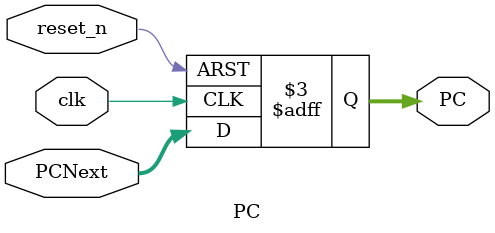
<source format=v>
module PC #(parameter width = 32)
(
	input wire clk,reset_n,
	input wire [width-1:0] PCNext,
	output reg [width-1:0] PC
);
			
			
	always @(posedge clk,negedge reset_n)
	begin
		if (!reset_n)
			PC <= 0;
		else
			PC <= PCNext;
	end

endmodule

</source>
